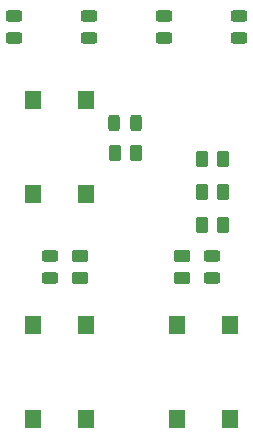
<source format=gbr>
%TF.GenerationSoftware,KiCad,Pcbnew,8.0.3*%
%TF.CreationDate,2024-06-30T20:24:42+02:00*%
%TF.ProjectId,top_led_btn_2MU_TOP,746f705f-6c65-4645-9f62-746e5f324d55,rev?*%
%TF.SameCoordinates,Original*%
%TF.FileFunction,Paste,Top*%
%TF.FilePolarity,Positive*%
%FSLAX46Y46*%
G04 Gerber Fmt 4.6, Leading zero omitted, Abs format (unit mm)*
G04 Created by KiCad (PCBNEW 8.0.3) date 2024-06-30 20:24:42*
%MOMM*%
%LPD*%
G01*
G04 APERTURE LIST*
G04 Aperture macros list*
%AMRoundRect*
0 Rectangle with rounded corners*
0 $1 Rounding radius*
0 $2 $3 $4 $5 $6 $7 $8 $9 X,Y pos of 4 corners*
0 Add a 4 corners polygon primitive as box body*
4,1,4,$2,$3,$4,$5,$6,$7,$8,$9,$2,$3,0*
0 Add four circle primitives for the rounded corners*
1,1,$1+$1,$2,$3*
1,1,$1+$1,$4,$5*
1,1,$1+$1,$6,$7*
1,1,$1+$1,$8,$9*
0 Add four rect primitives between the rounded corners*
20,1,$1+$1,$2,$3,$4,$5,0*
20,1,$1+$1,$4,$5,$6,$7,0*
20,1,$1+$1,$6,$7,$8,$9,0*
20,1,$1+$1,$8,$9,$2,$3,0*%
G04 Aperture macros list end*
%ADD10RoundRect,0.243750X0.456250X-0.243750X0.456250X0.243750X-0.456250X0.243750X-0.456250X-0.243750X0*%
%ADD11RoundRect,0.243750X-0.243750X-0.456250X0.243750X-0.456250X0.243750X0.456250X-0.243750X0.456250X0*%
%ADD12R,1.400000X1.600000*%
%ADD13RoundRect,0.243750X-0.456250X0.243750X-0.456250X-0.243750X0.456250X-0.243750X0.456250X0.243750X0*%
%ADD14RoundRect,0.250000X0.450000X-0.262500X0.450000X0.262500X-0.450000X0.262500X-0.450000X-0.262500X0*%
%ADD15RoundRect,0.250000X-0.262500X-0.450000X0.262500X-0.450000X0.262500X0.450000X-0.262500X0.450000X0*%
%ADD16RoundRect,0.250000X0.262500X0.450000X-0.262500X0.450000X-0.262500X-0.450000X0.262500X-0.450000X0*%
G04 APERTURE END LIST*
D10*
%TO.C,D6*%
X117856000Y-79677500D03*
X117856000Y-77802500D03*
%TD*%
D11*
%TO.C,D1*%
X113616500Y-86868000D03*
X115491500Y-86868000D03*
%TD*%
D12*
%TO.C,SW3*%
X111216000Y-103950000D03*
X111216000Y-111950000D03*
X106716000Y-103950000D03*
X106716000Y-111950000D03*
%TD*%
D13*
%TO.C,D7*%
X124206000Y-77802500D03*
X124206000Y-79677500D03*
%TD*%
D14*
%TO.C,R3*%
X110744000Y-99972500D03*
X110744000Y-98147500D03*
%TD*%
D15*
%TO.C,R4*%
X121007500Y-89916000D03*
X122832500Y-89916000D03*
%TD*%
D16*
%TO.C,R1*%
X115466500Y-89408000D03*
X113641500Y-89408000D03*
%TD*%
D14*
%TO.C,R2*%
X119380000Y-99972500D03*
X119380000Y-98147500D03*
%TD*%
D16*
%TO.C,R5*%
X122832500Y-95504000D03*
X121007500Y-95504000D03*
%TD*%
D12*
%TO.C,SW1*%
X106716000Y-92900000D03*
X106716000Y-84900000D03*
X111216000Y-92900000D03*
X111216000Y-84900000D03*
%TD*%
D13*
%TO.C,D5*%
X111506000Y-77802500D03*
X111506000Y-79677500D03*
%TD*%
D15*
%TO.C,R6*%
X121007500Y-92710000D03*
X122832500Y-92710000D03*
%TD*%
D12*
%TO.C,SW2*%
X123408000Y-103950000D03*
X123408000Y-111950000D03*
X118908000Y-103950000D03*
X118908000Y-111950000D03*
%TD*%
D10*
%TO.C,D2*%
X121920000Y-99997500D03*
X121920000Y-98122500D03*
%TD*%
%TO.C,D4*%
X105156000Y-79677500D03*
X105156000Y-77802500D03*
%TD*%
%TO.C,D3*%
X108204000Y-99997500D03*
X108204000Y-98122500D03*
%TD*%
M02*

</source>
